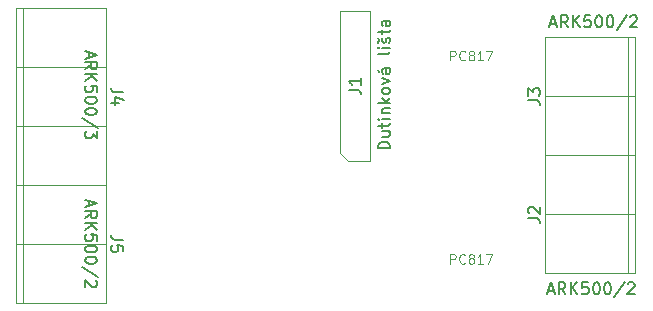
<source format=gbr>
%TF.GenerationSoftware,KiCad,Pcbnew,9.0.4-unknown*%
%TF.CreationDate,2025-11-20T15:33:37+01:00*%
%TF.ProjectId,KlimatizaceSamsung,4b6c696d-6174-4697-9a61-636553616d73,rev?*%
%TF.SameCoordinates,Original*%
%TF.FileFunction,AssemblyDrawing,Top*%
%FSLAX46Y46*%
G04 Gerber Fmt 4.6, Leading zero omitted, Abs format (unit mm)*
G04 Created by KiCad (PCBNEW 9.0.4-unknown) date 2025-11-20 15:33:37*
%MOMM*%
%LPD*%
G01*
G04 APERTURE LIST*
%ADD10C,0.150000*%
%ADD11C,0.120000*%
%ADD12C,0.100000*%
G04 APERTURE END LIST*
D10*
X109030895Y-49233333D02*
X109030895Y-49709523D01*
X108745180Y-49138095D02*
X109745180Y-49471428D01*
X109745180Y-49471428D02*
X108745180Y-49804761D01*
X108745180Y-50709523D02*
X109221371Y-50376190D01*
X108745180Y-50138095D02*
X109745180Y-50138095D01*
X109745180Y-50138095D02*
X109745180Y-50519047D01*
X109745180Y-50519047D02*
X109697561Y-50614285D01*
X109697561Y-50614285D02*
X109649942Y-50661904D01*
X109649942Y-50661904D02*
X109554704Y-50709523D01*
X109554704Y-50709523D02*
X109411847Y-50709523D01*
X109411847Y-50709523D02*
X109316609Y-50661904D01*
X109316609Y-50661904D02*
X109268990Y-50614285D01*
X109268990Y-50614285D02*
X109221371Y-50519047D01*
X109221371Y-50519047D02*
X109221371Y-50138095D01*
X108745180Y-51138095D02*
X109745180Y-51138095D01*
X108745180Y-51709523D02*
X109316609Y-51280952D01*
X109745180Y-51709523D02*
X109173752Y-51138095D01*
X109745180Y-52614285D02*
X109745180Y-52138095D01*
X109745180Y-52138095D02*
X109268990Y-52090476D01*
X109268990Y-52090476D02*
X109316609Y-52138095D01*
X109316609Y-52138095D02*
X109364228Y-52233333D01*
X109364228Y-52233333D02*
X109364228Y-52471428D01*
X109364228Y-52471428D02*
X109316609Y-52566666D01*
X109316609Y-52566666D02*
X109268990Y-52614285D01*
X109268990Y-52614285D02*
X109173752Y-52661904D01*
X109173752Y-52661904D02*
X108935657Y-52661904D01*
X108935657Y-52661904D02*
X108840419Y-52614285D01*
X108840419Y-52614285D02*
X108792800Y-52566666D01*
X108792800Y-52566666D02*
X108745180Y-52471428D01*
X108745180Y-52471428D02*
X108745180Y-52233333D01*
X108745180Y-52233333D02*
X108792800Y-52138095D01*
X108792800Y-52138095D02*
X108840419Y-52090476D01*
X109745180Y-53280952D02*
X109745180Y-53376190D01*
X109745180Y-53376190D02*
X109697561Y-53471428D01*
X109697561Y-53471428D02*
X109649942Y-53519047D01*
X109649942Y-53519047D02*
X109554704Y-53566666D01*
X109554704Y-53566666D02*
X109364228Y-53614285D01*
X109364228Y-53614285D02*
X109126133Y-53614285D01*
X109126133Y-53614285D02*
X108935657Y-53566666D01*
X108935657Y-53566666D02*
X108840419Y-53519047D01*
X108840419Y-53519047D02*
X108792800Y-53471428D01*
X108792800Y-53471428D02*
X108745180Y-53376190D01*
X108745180Y-53376190D02*
X108745180Y-53280952D01*
X108745180Y-53280952D02*
X108792800Y-53185714D01*
X108792800Y-53185714D02*
X108840419Y-53138095D01*
X108840419Y-53138095D02*
X108935657Y-53090476D01*
X108935657Y-53090476D02*
X109126133Y-53042857D01*
X109126133Y-53042857D02*
X109364228Y-53042857D01*
X109364228Y-53042857D02*
X109554704Y-53090476D01*
X109554704Y-53090476D02*
X109649942Y-53138095D01*
X109649942Y-53138095D02*
X109697561Y-53185714D01*
X109697561Y-53185714D02*
X109745180Y-53280952D01*
X109745180Y-54233333D02*
X109745180Y-54328571D01*
X109745180Y-54328571D02*
X109697561Y-54423809D01*
X109697561Y-54423809D02*
X109649942Y-54471428D01*
X109649942Y-54471428D02*
X109554704Y-54519047D01*
X109554704Y-54519047D02*
X109364228Y-54566666D01*
X109364228Y-54566666D02*
X109126133Y-54566666D01*
X109126133Y-54566666D02*
X108935657Y-54519047D01*
X108935657Y-54519047D02*
X108840419Y-54471428D01*
X108840419Y-54471428D02*
X108792800Y-54423809D01*
X108792800Y-54423809D02*
X108745180Y-54328571D01*
X108745180Y-54328571D02*
X108745180Y-54233333D01*
X108745180Y-54233333D02*
X108792800Y-54138095D01*
X108792800Y-54138095D02*
X108840419Y-54090476D01*
X108840419Y-54090476D02*
X108935657Y-54042857D01*
X108935657Y-54042857D02*
X109126133Y-53995238D01*
X109126133Y-53995238D02*
X109364228Y-53995238D01*
X109364228Y-53995238D02*
X109554704Y-54042857D01*
X109554704Y-54042857D02*
X109649942Y-54090476D01*
X109649942Y-54090476D02*
X109697561Y-54138095D01*
X109697561Y-54138095D02*
X109745180Y-54233333D01*
X109792800Y-55709523D02*
X108507085Y-54852381D01*
X109745180Y-55947619D02*
X109745180Y-56566666D01*
X109745180Y-56566666D02*
X109364228Y-56233333D01*
X109364228Y-56233333D02*
X109364228Y-56376190D01*
X109364228Y-56376190D02*
X109316609Y-56471428D01*
X109316609Y-56471428D02*
X109268990Y-56519047D01*
X109268990Y-56519047D02*
X109173752Y-56566666D01*
X109173752Y-56566666D02*
X108935657Y-56566666D01*
X108935657Y-56566666D02*
X108840419Y-56519047D01*
X108840419Y-56519047D02*
X108792800Y-56471428D01*
X108792800Y-56471428D02*
X108745180Y-56376190D01*
X108745180Y-56376190D02*
X108745180Y-56090476D01*
X108745180Y-56090476D02*
X108792800Y-55995238D01*
X108792800Y-55995238D02*
X108840419Y-55947619D01*
X111945180Y-52666666D02*
X111230895Y-52666666D01*
X111230895Y-52666666D02*
X111088038Y-52619047D01*
X111088038Y-52619047D02*
X110992800Y-52523809D01*
X110992800Y-52523809D02*
X110945180Y-52380952D01*
X110945180Y-52380952D02*
X110945180Y-52285714D01*
X111611847Y-53571428D02*
X110945180Y-53571428D01*
X111992800Y-53333333D02*
X111278514Y-53095238D01*
X111278514Y-53095238D02*
X111278514Y-53714285D01*
X147933333Y-69469104D02*
X148409523Y-69469104D01*
X147838095Y-69754819D02*
X148171428Y-68754819D01*
X148171428Y-68754819D02*
X148504761Y-69754819D01*
X149409523Y-69754819D02*
X149076190Y-69278628D01*
X148838095Y-69754819D02*
X148838095Y-68754819D01*
X148838095Y-68754819D02*
X149219047Y-68754819D01*
X149219047Y-68754819D02*
X149314285Y-68802438D01*
X149314285Y-68802438D02*
X149361904Y-68850057D01*
X149361904Y-68850057D02*
X149409523Y-68945295D01*
X149409523Y-68945295D02*
X149409523Y-69088152D01*
X149409523Y-69088152D02*
X149361904Y-69183390D01*
X149361904Y-69183390D02*
X149314285Y-69231009D01*
X149314285Y-69231009D02*
X149219047Y-69278628D01*
X149219047Y-69278628D02*
X148838095Y-69278628D01*
X149838095Y-69754819D02*
X149838095Y-68754819D01*
X150409523Y-69754819D02*
X149980952Y-69183390D01*
X150409523Y-68754819D02*
X149838095Y-69326247D01*
X151314285Y-68754819D02*
X150838095Y-68754819D01*
X150838095Y-68754819D02*
X150790476Y-69231009D01*
X150790476Y-69231009D02*
X150838095Y-69183390D01*
X150838095Y-69183390D02*
X150933333Y-69135771D01*
X150933333Y-69135771D02*
X151171428Y-69135771D01*
X151171428Y-69135771D02*
X151266666Y-69183390D01*
X151266666Y-69183390D02*
X151314285Y-69231009D01*
X151314285Y-69231009D02*
X151361904Y-69326247D01*
X151361904Y-69326247D02*
X151361904Y-69564342D01*
X151361904Y-69564342D02*
X151314285Y-69659580D01*
X151314285Y-69659580D02*
X151266666Y-69707200D01*
X151266666Y-69707200D02*
X151171428Y-69754819D01*
X151171428Y-69754819D02*
X150933333Y-69754819D01*
X150933333Y-69754819D02*
X150838095Y-69707200D01*
X150838095Y-69707200D02*
X150790476Y-69659580D01*
X151980952Y-68754819D02*
X152076190Y-68754819D01*
X152076190Y-68754819D02*
X152171428Y-68802438D01*
X152171428Y-68802438D02*
X152219047Y-68850057D01*
X152219047Y-68850057D02*
X152266666Y-68945295D01*
X152266666Y-68945295D02*
X152314285Y-69135771D01*
X152314285Y-69135771D02*
X152314285Y-69373866D01*
X152314285Y-69373866D02*
X152266666Y-69564342D01*
X152266666Y-69564342D02*
X152219047Y-69659580D01*
X152219047Y-69659580D02*
X152171428Y-69707200D01*
X152171428Y-69707200D02*
X152076190Y-69754819D01*
X152076190Y-69754819D02*
X151980952Y-69754819D01*
X151980952Y-69754819D02*
X151885714Y-69707200D01*
X151885714Y-69707200D02*
X151838095Y-69659580D01*
X151838095Y-69659580D02*
X151790476Y-69564342D01*
X151790476Y-69564342D02*
X151742857Y-69373866D01*
X151742857Y-69373866D02*
X151742857Y-69135771D01*
X151742857Y-69135771D02*
X151790476Y-68945295D01*
X151790476Y-68945295D02*
X151838095Y-68850057D01*
X151838095Y-68850057D02*
X151885714Y-68802438D01*
X151885714Y-68802438D02*
X151980952Y-68754819D01*
X152933333Y-68754819D02*
X153028571Y-68754819D01*
X153028571Y-68754819D02*
X153123809Y-68802438D01*
X153123809Y-68802438D02*
X153171428Y-68850057D01*
X153171428Y-68850057D02*
X153219047Y-68945295D01*
X153219047Y-68945295D02*
X153266666Y-69135771D01*
X153266666Y-69135771D02*
X153266666Y-69373866D01*
X153266666Y-69373866D02*
X153219047Y-69564342D01*
X153219047Y-69564342D02*
X153171428Y-69659580D01*
X153171428Y-69659580D02*
X153123809Y-69707200D01*
X153123809Y-69707200D02*
X153028571Y-69754819D01*
X153028571Y-69754819D02*
X152933333Y-69754819D01*
X152933333Y-69754819D02*
X152838095Y-69707200D01*
X152838095Y-69707200D02*
X152790476Y-69659580D01*
X152790476Y-69659580D02*
X152742857Y-69564342D01*
X152742857Y-69564342D02*
X152695238Y-69373866D01*
X152695238Y-69373866D02*
X152695238Y-69135771D01*
X152695238Y-69135771D02*
X152742857Y-68945295D01*
X152742857Y-68945295D02*
X152790476Y-68850057D01*
X152790476Y-68850057D02*
X152838095Y-68802438D01*
X152838095Y-68802438D02*
X152933333Y-68754819D01*
X154409523Y-68707200D02*
X153552381Y-69992914D01*
X154695238Y-68850057D02*
X154742857Y-68802438D01*
X154742857Y-68802438D02*
X154838095Y-68754819D01*
X154838095Y-68754819D02*
X155076190Y-68754819D01*
X155076190Y-68754819D02*
X155171428Y-68802438D01*
X155171428Y-68802438D02*
X155219047Y-68850057D01*
X155219047Y-68850057D02*
X155266666Y-68945295D01*
X155266666Y-68945295D02*
X155266666Y-69040533D01*
X155266666Y-69040533D02*
X155219047Y-69183390D01*
X155219047Y-69183390D02*
X154647619Y-69754819D01*
X154647619Y-69754819D02*
X155266666Y-69754819D01*
X146254819Y-63333333D02*
X146969104Y-63333333D01*
X146969104Y-63333333D02*
X147111961Y-63380952D01*
X147111961Y-63380952D02*
X147207200Y-63476190D01*
X147207200Y-63476190D02*
X147254819Y-63619047D01*
X147254819Y-63619047D02*
X147254819Y-63714285D01*
X146350057Y-62904761D02*
X146302438Y-62857142D01*
X146302438Y-62857142D02*
X146254819Y-62761904D01*
X146254819Y-62761904D02*
X146254819Y-62523809D01*
X146254819Y-62523809D02*
X146302438Y-62428571D01*
X146302438Y-62428571D02*
X146350057Y-62380952D01*
X146350057Y-62380952D02*
X146445295Y-62333333D01*
X146445295Y-62333333D02*
X146540533Y-62333333D01*
X146540533Y-62333333D02*
X146683390Y-62380952D01*
X146683390Y-62380952D02*
X147254819Y-62952380D01*
X147254819Y-62952380D02*
X147254819Y-62333333D01*
X134554819Y-57404762D02*
X133554819Y-57404762D01*
X133554819Y-57404762D02*
X133554819Y-57166667D01*
X133554819Y-57166667D02*
X133602438Y-57023810D01*
X133602438Y-57023810D02*
X133697676Y-56928572D01*
X133697676Y-56928572D02*
X133792914Y-56880953D01*
X133792914Y-56880953D02*
X133983390Y-56833334D01*
X133983390Y-56833334D02*
X134126247Y-56833334D01*
X134126247Y-56833334D02*
X134316723Y-56880953D01*
X134316723Y-56880953D02*
X134411961Y-56928572D01*
X134411961Y-56928572D02*
X134507200Y-57023810D01*
X134507200Y-57023810D02*
X134554819Y-57166667D01*
X134554819Y-57166667D02*
X134554819Y-57404762D01*
X133888152Y-55976191D02*
X134554819Y-55976191D01*
X133888152Y-56404762D02*
X134411961Y-56404762D01*
X134411961Y-56404762D02*
X134507200Y-56357143D01*
X134507200Y-56357143D02*
X134554819Y-56261905D01*
X134554819Y-56261905D02*
X134554819Y-56119048D01*
X134554819Y-56119048D02*
X134507200Y-56023810D01*
X134507200Y-56023810D02*
X134459580Y-55976191D01*
X133888152Y-55642857D02*
X133888152Y-55261905D01*
X133554819Y-55500000D02*
X134411961Y-55500000D01*
X134411961Y-55500000D02*
X134507200Y-55452381D01*
X134507200Y-55452381D02*
X134554819Y-55357143D01*
X134554819Y-55357143D02*
X134554819Y-55261905D01*
X134554819Y-54928571D02*
X133888152Y-54928571D01*
X133554819Y-54928571D02*
X133602438Y-54976190D01*
X133602438Y-54976190D02*
X133650057Y-54928571D01*
X133650057Y-54928571D02*
X133602438Y-54880952D01*
X133602438Y-54880952D02*
X133554819Y-54928571D01*
X133554819Y-54928571D02*
X133650057Y-54928571D01*
X133888152Y-54452381D02*
X134554819Y-54452381D01*
X133983390Y-54452381D02*
X133935771Y-54404762D01*
X133935771Y-54404762D02*
X133888152Y-54309524D01*
X133888152Y-54309524D02*
X133888152Y-54166667D01*
X133888152Y-54166667D02*
X133935771Y-54071429D01*
X133935771Y-54071429D02*
X134031009Y-54023810D01*
X134031009Y-54023810D02*
X134554819Y-54023810D01*
X134554819Y-53547619D02*
X133554819Y-53547619D01*
X134173866Y-53452381D02*
X134554819Y-53166667D01*
X133888152Y-53166667D02*
X134269104Y-53547619D01*
X134554819Y-52595238D02*
X134507200Y-52690476D01*
X134507200Y-52690476D02*
X134459580Y-52738095D01*
X134459580Y-52738095D02*
X134364342Y-52785714D01*
X134364342Y-52785714D02*
X134078628Y-52785714D01*
X134078628Y-52785714D02*
X133983390Y-52738095D01*
X133983390Y-52738095D02*
X133935771Y-52690476D01*
X133935771Y-52690476D02*
X133888152Y-52595238D01*
X133888152Y-52595238D02*
X133888152Y-52452381D01*
X133888152Y-52452381D02*
X133935771Y-52357143D01*
X133935771Y-52357143D02*
X133983390Y-52309524D01*
X133983390Y-52309524D02*
X134078628Y-52261905D01*
X134078628Y-52261905D02*
X134364342Y-52261905D01*
X134364342Y-52261905D02*
X134459580Y-52309524D01*
X134459580Y-52309524D02*
X134507200Y-52357143D01*
X134507200Y-52357143D02*
X134554819Y-52452381D01*
X134554819Y-52452381D02*
X134554819Y-52595238D01*
X133888152Y-51928571D02*
X134554819Y-51690476D01*
X134554819Y-51690476D02*
X133888152Y-51452381D01*
X134554819Y-50642857D02*
X134031009Y-50642857D01*
X134031009Y-50642857D02*
X133935771Y-50690476D01*
X133935771Y-50690476D02*
X133888152Y-50785714D01*
X133888152Y-50785714D02*
X133888152Y-50976190D01*
X133888152Y-50976190D02*
X133935771Y-51071428D01*
X134507200Y-50642857D02*
X134554819Y-50738095D01*
X134554819Y-50738095D02*
X134554819Y-50976190D01*
X134554819Y-50976190D02*
X134507200Y-51071428D01*
X134507200Y-51071428D02*
X134411961Y-51119047D01*
X134411961Y-51119047D02*
X134316723Y-51119047D01*
X134316723Y-51119047D02*
X134221485Y-51071428D01*
X134221485Y-51071428D02*
X134173866Y-50976190D01*
X134173866Y-50976190D02*
X134173866Y-50738095D01*
X134173866Y-50738095D02*
X134126247Y-50642857D01*
X133507200Y-50785714D02*
X133650057Y-50928571D01*
X134554819Y-49261904D02*
X134507200Y-49357142D01*
X134507200Y-49357142D02*
X134411961Y-49404761D01*
X134411961Y-49404761D02*
X133554819Y-49404761D01*
X134554819Y-48880951D02*
X133888152Y-48880951D01*
X133554819Y-48880951D02*
X133602438Y-48928570D01*
X133602438Y-48928570D02*
X133650057Y-48880951D01*
X133650057Y-48880951D02*
X133602438Y-48833332D01*
X133602438Y-48833332D02*
X133554819Y-48880951D01*
X133554819Y-48880951D02*
X133650057Y-48880951D01*
X134507200Y-48452380D02*
X134554819Y-48357142D01*
X134554819Y-48357142D02*
X134554819Y-48166666D01*
X134554819Y-48166666D02*
X134507200Y-48071428D01*
X134507200Y-48071428D02*
X134411961Y-48023809D01*
X134411961Y-48023809D02*
X134364342Y-48023809D01*
X134364342Y-48023809D02*
X134269104Y-48071428D01*
X134269104Y-48071428D02*
X134221485Y-48166666D01*
X134221485Y-48166666D02*
X134221485Y-48309523D01*
X134221485Y-48309523D02*
X134173866Y-48404761D01*
X134173866Y-48404761D02*
X134078628Y-48452380D01*
X134078628Y-48452380D02*
X134031009Y-48452380D01*
X134031009Y-48452380D02*
X133935771Y-48404761D01*
X133935771Y-48404761D02*
X133888152Y-48309523D01*
X133888152Y-48309523D02*
X133888152Y-48166666D01*
X133888152Y-48166666D02*
X133935771Y-48071428D01*
X133507200Y-48452380D02*
X133650057Y-48261904D01*
X133650057Y-48261904D02*
X133507200Y-48071428D01*
X133888152Y-47738094D02*
X133888152Y-47357142D01*
X133554819Y-47595237D02*
X134411961Y-47595237D01*
X134411961Y-47595237D02*
X134507200Y-47547618D01*
X134507200Y-47547618D02*
X134554819Y-47452380D01*
X134554819Y-47452380D02*
X134554819Y-47357142D01*
X134554819Y-46595237D02*
X134031009Y-46595237D01*
X134031009Y-46595237D02*
X133935771Y-46642856D01*
X133935771Y-46642856D02*
X133888152Y-46738094D01*
X133888152Y-46738094D02*
X133888152Y-46928570D01*
X133888152Y-46928570D02*
X133935771Y-47023808D01*
X134507200Y-46595237D02*
X134554819Y-46690475D01*
X134554819Y-46690475D02*
X134554819Y-46928570D01*
X134554819Y-46928570D02*
X134507200Y-47023808D01*
X134507200Y-47023808D02*
X134411961Y-47071427D01*
X134411961Y-47071427D02*
X134316723Y-47071427D01*
X134316723Y-47071427D02*
X134221485Y-47023808D01*
X134221485Y-47023808D02*
X134173866Y-46928570D01*
X134173866Y-46928570D02*
X134173866Y-46690475D01*
X134173866Y-46690475D02*
X134126247Y-46595237D01*
X131054819Y-52453333D02*
X131769104Y-52453333D01*
X131769104Y-52453333D02*
X131911961Y-52500952D01*
X131911961Y-52500952D02*
X132007200Y-52596190D01*
X132007200Y-52596190D02*
X132054819Y-52739047D01*
X132054819Y-52739047D02*
X132054819Y-52834285D01*
X132054819Y-51453333D02*
X132054819Y-52024761D01*
X132054819Y-51739047D02*
X131054819Y-51739047D01*
X131054819Y-51739047D02*
X131197676Y-51834285D01*
X131197676Y-51834285D02*
X131292914Y-51929523D01*
X131292914Y-51929523D02*
X131340533Y-52024761D01*
D11*
X139647619Y-67163855D02*
X139647619Y-66363855D01*
X139647619Y-66363855D02*
X139952381Y-66363855D01*
X139952381Y-66363855D02*
X140028571Y-66401950D01*
X140028571Y-66401950D02*
X140066666Y-66440045D01*
X140066666Y-66440045D02*
X140104762Y-66516236D01*
X140104762Y-66516236D02*
X140104762Y-66630521D01*
X140104762Y-66630521D02*
X140066666Y-66706712D01*
X140066666Y-66706712D02*
X140028571Y-66744807D01*
X140028571Y-66744807D02*
X139952381Y-66782902D01*
X139952381Y-66782902D02*
X139647619Y-66782902D01*
X140904762Y-67087664D02*
X140866666Y-67125760D01*
X140866666Y-67125760D02*
X140752381Y-67163855D01*
X140752381Y-67163855D02*
X140676190Y-67163855D01*
X140676190Y-67163855D02*
X140561904Y-67125760D01*
X140561904Y-67125760D02*
X140485714Y-67049569D01*
X140485714Y-67049569D02*
X140447619Y-66973379D01*
X140447619Y-66973379D02*
X140409523Y-66820998D01*
X140409523Y-66820998D02*
X140409523Y-66706712D01*
X140409523Y-66706712D02*
X140447619Y-66554331D01*
X140447619Y-66554331D02*
X140485714Y-66478140D01*
X140485714Y-66478140D02*
X140561904Y-66401950D01*
X140561904Y-66401950D02*
X140676190Y-66363855D01*
X140676190Y-66363855D02*
X140752381Y-66363855D01*
X140752381Y-66363855D02*
X140866666Y-66401950D01*
X140866666Y-66401950D02*
X140904762Y-66440045D01*
X141361904Y-66706712D02*
X141285714Y-66668617D01*
X141285714Y-66668617D02*
X141247619Y-66630521D01*
X141247619Y-66630521D02*
X141209523Y-66554331D01*
X141209523Y-66554331D02*
X141209523Y-66516236D01*
X141209523Y-66516236D02*
X141247619Y-66440045D01*
X141247619Y-66440045D02*
X141285714Y-66401950D01*
X141285714Y-66401950D02*
X141361904Y-66363855D01*
X141361904Y-66363855D02*
X141514285Y-66363855D01*
X141514285Y-66363855D02*
X141590476Y-66401950D01*
X141590476Y-66401950D02*
X141628571Y-66440045D01*
X141628571Y-66440045D02*
X141666666Y-66516236D01*
X141666666Y-66516236D02*
X141666666Y-66554331D01*
X141666666Y-66554331D02*
X141628571Y-66630521D01*
X141628571Y-66630521D02*
X141590476Y-66668617D01*
X141590476Y-66668617D02*
X141514285Y-66706712D01*
X141514285Y-66706712D02*
X141361904Y-66706712D01*
X141361904Y-66706712D02*
X141285714Y-66744807D01*
X141285714Y-66744807D02*
X141247619Y-66782902D01*
X141247619Y-66782902D02*
X141209523Y-66859093D01*
X141209523Y-66859093D02*
X141209523Y-67011474D01*
X141209523Y-67011474D02*
X141247619Y-67087664D01*
X141247619Y-67087664D02*
X141285714Y-67125760D01*
X141285714Y-67125760D02*
X141361904Y-67163855D01*
X141361904Y-67163855D02*
X141514285Y-67163855D01*
X141514285Y-67163855D02*
X141590476Y-67125760D01*
X141590476Y-67125760D02*
X141628571Y-67087664D01*
X141628571Y-67087664D02*
X141666666Y-67011474D01*
X141666666Y-67011474D02*
X141666666Y-66859093D01*
X141666666Y-66859093D02*
X141628571Y-66782902D01*
X141628571Y-66782902D02*
X141590476Y-66744807D01*
X141590476Y-66744807D02*
X141514285Y-66706712D01*
X142428571Y-67163855D02*
X141971428Y-67163855D01*
X142200000Y-67163855D02*
X142200000Y-66363855D01*
X142200000Y-66363855D02*
X142123809Y-66478140D01*
X142123809Y-66478140D02*
X142047619Y-66554331D01*
X142047619Y-66554331D02*
X141971428Y-66592426D01*
X142695238Y-66363855D02*
X143228572Y-66363855D01*
X143228572Y-66363855D02*
X142885714Y-67163855D01*
D10*
X148133333Y-46869104D02*
X148609523Y-46869104D01*
X148038095Y-47154819D02*
X148371428Y-46154819D01*
X148371428Y-46154819D02*
X148704761Y-47154819D01*
X149609523Y-47154819D02*
X149276190Y-46678628D01*
X149038095Y-47154819D02*
X149038095Y-46154819D01*
X149038095Y-46154819D02*
X149419047Y-46154819D01*
X149419047Y-46154819D02*
X149514285Y-46202438D01*
X149514285Y-46202438D02*
X149561904Y-46250057D01*
X149561904Y-46250057D02*
X149609523Y-46345295D01*
X149609523Y-46345295D02*
X149609523Y-46488152D01*
X149609523Y-46488152D02*
X149561904Y-46583390D01*
X149561904Y-46583390D02*
X149514285Y-46631009D01*
X149514285Y-46631009D02*
X149419047Y-46678628D01*
X149419047Y-46678628D02*
X149038095Y-46678628D01*
X150038095Y-47154819D02*
X150038095Y-46154819D01*
X150609523Y-47154819D02*
X150180952Y-46583390D01*
X150609523Y-46154819D02*
X150038095Y-46726247D01*
X151514285Y-46154819D02*
X151038095Y-46154819D01*
X151038095Y-46154819D02*
X150990476Y-46631009D01*
X150990476Y-46631009D02*
X151038095Y-46583390D01*
X151038095Y-46583390D02*
X151133333Y-46535771D01*
X151133333Y-46535771D02*
X151371428Y-46535771D01*
X151371428Y-46535771D02*
X151466666Y-46583390D01*
X151466666Y-46583390D02*
X151514285Y-46631009D01*
X151514285Y-46631009D02*
X151561904Y-46726247D01*
X151561904Y-46726247D02*
X151561904Y-46964342D01*
X151561904Y-46964342D02*
X151514285Y-47059580D01*
X151514285Y-47059580D02*
X151466666Y-47107200D01*
X151466666Y-47107200D02*
X151371428Y-47154819D01*
X151371428Y-47154819D02*
X151133333Y-47154819D01*
X151133333Y-47154819D02*
X151038095Y-47107200D01*
X151038095Y-47107200D02*
X150990476Y-47059580D01*
X152180952Y-46154819D02*
X152276190Y-46154819D01*
X152276190Y-46154819D02*
X152371428Y-46202438D01*
X152371428Y-46202438D02*
X152419047Y-46250057D01*
X152419047Y-46250057D02*
X152466666Y-46345295D01*
X152466666Y-46345295D02*
X152514285Y-46535771D01*
X152514285Y-46535771D02*
X152514285Y-46773866D01*
X152514285Y-46773866D02*
X152466666Y-46964342D01*
X152466666Y-46964342D02*
X152419047Y-47059580D01*
X152419047Y-47059580D02*
X152371428Y-47107200D01*
X152371428Y-47107200D02*
X152276190Y-47154819D01*
X152276190Y-47154819D02*
X152180952Y-47154819D01*
X152180952Y-47154819D02*
X152085714Y-47107200D01*
X152085714Y-47107200D02*
X152038095Y-47059580D01*
X152038095Y-47059580D02*
X151990476Y-46964342D01*
X151990476Y-46964342D02*
X151942857Y-46773866D01*
X151942857Y-46773866D02*
X151942857Y-46535771D01*
X151942857Y-46535771D02*
X151990476Y-46345295D01*
X151990476Y-46345295D02*
X152038095Y-46250057D01*
X152038095Y-46250057D02*
X152085714Y-46202438D01*
X152085714Y-46202438D02*
X152180952Y-46154819D01*
X153133333Y-46154819D02*
X153228571Y-46154819D01*
X153228571Y-46154819D02*
X153323809Y-46202438D01*
X153323809Y-46202438D02*
X153371428Y-46250057D01*
X153371428Y-46250057D02*
X153419047Y-46345295D01*
X153419047Y-46345295D02*
X153466666Y-46535771D01*
X153466666Y-46535771D02*
X153466666Y-46773866D01*
X153466666Y-46773866D02*
X153419047Y-46964342D01*
X153419047Y-46964342D02*
X153371428Y-47059580D01*
X153371428Y-47059580D02*
X153323809Y-47107200D01*
X153323809Y-47107200D02*
X153228571Y-47154819D01*
X153228571Y-47154819D02*
X153133333Y-47154819D01*
X153133333Y-47154819D02*
X153038095Y-47107200D01*
X153038095Y-47107200D02*
X152990476Y-47059580D01*
X152990476Y-47059580D02*
X152942857Y-46964342D01*
X152942857Y-46964342D02*
X152895238Y-46773866D01*
X152895238Y-46773866D02*
X152895238Y-46535771D01*
X152895238Y-46535771D02*
X152942857Y-46345295D01*
X152942857Y-46345295D02*
X152990476Y-46250057D01*
X152990476Y-46250057D02*
X153038095Y-46202438D01*
X153038095Y-46202438D02*
X153133333Y-46154819D01*
X154609523Y-46107200D02*
X153752381Y-47392914D01*
X154895238Y-46250057D02*
X154942857Y-46202438D01*
X154942857Y-46202438D02*
X155038095Y-46154819D01*
X155038095Y-46154819D02*
X155276190Y-46154819D01*
X155276190Y-46154819D02*
X155371428Y-46202438D01*
X155371428Y-46202438D02*
X155419047Y-46250057D01*
X155419047Y-46250057D02*
X155466666Y-46345295D01*
X155466666Y-46345295D02*
X155466666Y-46440533D01*
X155466666Y-46440533D02*
X155419047Y-46583390D01*
X155419047Y-46583390D02*
X154847619Y-47154819D01*
X154847619Y-47154819D02*
X155466666Y-47154819D01*
X146254819Y-53333333D02*
X146969104Y-53333333D01*
X146969104Y-53333333D02*
X147111961Y-53380952D01*
X147111961Y-53380952D02*
X147207200Y-53476190D01*
X147207200Y-53476190D02*
X147254819Y-53619047D01*
X147254819Y-53619047D02*
X147254819Y-53714285D01*
X146254819Y-52952380D02*
X146254819Y-52333333D01*
X146254819Y-52333333D02*
X146635771Y-52666666D01*
X146635771Y-52666666D02*
X146635771Y-52523809D01*
X146635771Y-52523809D02*
X146683390Y-52428571D01*
X146683390Y-52428571D02*
X146731009Y-52380952D01*
X146731009Y-52380952D02*
X146826247Y-52333333D01*
X146826247Y-52333333D02*
X147064342Y-52333333D01*
X147064342Y-52333333D02*
X147159580Y-52380952D01*
X147159580Y-52380952D02*
X147207200Y-52428571D01*
X147207200Y-52428571D02*
X147254819Y-52523809D01*
X147254819Y-52523809D02*
X147254819Y-52809523D01*
X147254819Y-52809523D02*
X147207200Y-52904761D01*
X147207200Y-52904761D02*
X147159580Y-52952380D01*
X109030895Y-61833333D02*
X109030895Y-62309523D01*
X108745180Y-61738095D02*
X109745180Y-62071428D01*
X109745180Y-62071428D02*
X108745180Y-62404761D01*
X108745180Y-63309523D02*
X109221371Y-62976190D01*
X108745180Y-62738095D02*
X109745180Y-62738095D01*
X109745180Y-62738095D02*
X109745180Y-63119047D01*
X109745180Y-63119047D02*
X109697561Y-63214285D01*
X109697561Y-63214285D02*
X109649942Y-63261904D01*
X109649942Y-63261904D02*
X109554704Y-63309523D01*
X109554704Y-63309523D02*
X109411847Y-63309523D01*
X109411847Y-63309523D02*
X109316609Y-63261904D01*
X109316609Y-63261904D02*
X109268990Y-63214285D01*
X109268990Y-63214285D02*
X109221371Y-63119047D01*
X109221371Y-63119047D02*
X109221371Y-62738095D01*
X108745180Y-63738095D02*
X109745180Y-63738095D01*
X108745180Y-64309523D02*
X109316609Y-63880952D01*
X109745180Y-64309523D02*
X109173752Y-63738095D01*
X109745180Y-65214285D02*
X109745180Y-64738095D01*
X109745180Y-64738095D02*
X109268990Y-64690476D01*
X109268990Y-64690476D02*
X109316609Y-64738095D01*
X109316609Y-64738095D02*
X109364228Y-64833333D01*
X109364228Y-64833333D02*
X109364228Y-65071428D01*
X109364228Y-65071428D02*
X109316609Y-65166666D01*
X109316609Y-65166666D02*
X109268990Y-65214285D01*
X109268990Y-65214285D02*
X109173752Y-65261904D01*
X109173752Y-65261904D02*
X108935657Y-65261904D01*
X108935657Y-65261904D02*
X108840419Y-65214285D01*
X108840419Y-65214285D02*
X108792800Y-65166666D01*
X108792800Y-65166666D02*
X108745180Y-65071428D01*
X108745180Y-65071428D02*
X108745180Y-64833333D01*
X108745180Y-64833333D02*
X108792800Y-64738095D01*
X108792800Y-64738095D02*
X108840419Y-64690476D01*
X109745180Y-65880952D02*
X109745180Y-65976190D01*
X109745180Y-65976190D02*
X109697561Y-66071428D01*
X109697561Y-66071428D02*
X109649942Y-66119047D01*
X109649942Y-66119047D02*
X109554704Y-66166666D01*
X109554704Y-66166666D02*
X109364228Y-66214285D01*
X109364228Y-66214285D02*
X109126133Y-66214285D01*
X109126133Y-66214285D02*
X108935657Y-66166666D01*
X108935657Y-66166666D02*
X108840419Y-66119047D01*
X108840419Y-66119047D02*
X108792800Y-66071428D01*
X108792800Y-66071428D02*
X108745180Y-65976190D01*
X108745180Y-65976190D02*
X108745180Y-65880952D01*
X108745180Y-65880952D02*
X108792800Y-65785714D01*
X108792800Y-65785714D02*
X108840419Y-65738095D01*
X108840419Y-65738095D02*
X108935657Y-65690476D01*
X108935657Y-65690476D02*
X109126133Y-65642857D01*
X109126133Y-65642857D02*
X109364228Y-65642857D01*
X109364228Y-65642857D02*
X109554704Y-65690476D01*
X109554704Y-65690476D02*
X109649942Y-65738095D01*
X109649942Y-65738095D02*
X109697561Y-65785714D01*
X109697561Y-65785714D02*
X109745180Y-65880952D01*
X109745180Y-66833333D02*
X109745180Y-66928571D01*
X109745180Y-66928571D02*
X109697561Y-67023809D01*
X109697561Y-67023809D02*
X109649942Y-67071428D01*
X109649942Y-67071428D02*
X109554704Y-67119047D01*
X109554704Y-67119047D02*
X109364228Y-67166666D01*
X109364228Y-67166666D02*
X109126133Y-67166666D01*
X109126133Y-67166666D02*
X108935657Y-67119047D01*
X108935657Y-67119047D02*
X108840419Y-67071428D01*
X108840419Y-67071428D02*
X108792800Y-67023809D01*
X108792800Y-67023809D02*
X108745180Y-66928571D01*
X108745180Y-66928571D02*
X108745180Y-66833333D01*
X108745180Y-66833333D02*
X108792800Y-66738095D01*
X108792800Y-66738095D02*
X108840419Y-66690476D01*
X108840419Y-66690476D02*
X108935657Y-66642857D01*
X108935657Y-66642857D02*
X109126133Y-66595238D01*
X109126133Y-66595238D02*
X109364228Y-66595238D01*
X109364228Y-66595238D02*
X109554704Y-66642857D01*
X109554704Y-66642857D02*
X109649942Y-66690476D01*
X109649942Y-66690476D02*
X109697561Y-66738095D01*
X109697561Y-66738095D02*
X109745180Y-66833333D01*
X109792800Y-68309523D02*
X108507085Y-67452381D01*
X109649942Y-68595238D02*
X109697561Y-68642857D01*
X109697561Y-68642857D02*
X109745180Y-68738095D01*
X109745180Y-68738095D02*
X109745180Y-68976190D01*
X109745180Y-68976190D02*
X109697561Y-69071428D01*
X109697561Y-69071428D02*
X109649942Y-69119047D01*
X109649942Y-69119047D02*
X109554704Y-69166666D01*
X109554704Y-69166666D02*
X109459466Y-69166666D01*
X109459466Y-69166666D02*
X109316609Y-69119047D01*
X109316609Y-69119047D02*
X108745180Y-68547619D01*
X108745180Y-68547619D02*
X108745180Y-69166666D01*
X111945180Y-65166666D02*
X111230895Y-65166666D01*
X111230895Y-65166666D02*
X111088038Y-65119047D01*
X111088038Y-65119047D02*
X110992800Y-65023809D01*
X110992800Y-65023809D02*
X110945180Y-64880952D01*
X110945180Y-64880952D02*
X110945180Y-64785714D01*
X111945180Y-66119047D02*
X111945180Y-65642857D01*
X111945180Y-65642857D02*
X111468990Y-65595238D01*
X111468990Y-65595238D02*
X111516609Y-65642857D01*
X111516609Y-65642857D02*
X111564228Y-65738095D01*
X111564228Y-65738095D02*
X111564228Y-65976190D01*
X111564228Y-65976190D02*
X111516609Y-66071428D01*
X111516609Y-66071428D02*
X111468990Y-66119047D01*
X111468990Y-66119047D02*
X111373752Y-66166666D01*
X111373752Y-66166666D02*
X111135657Y-66166666D01*
X111135657Y-66166666D02*
X111040419Y-66119047D01*
X111040419Y-66119047D02*
X110992800Y-66071428D01*
X110992800Y-66071428D02*
X110945180Y-65976190D01*
X110945180Y-65976190D02*
X110945180Y-65738095D01*
X110945180Y-65738095D02*
X110992800Y-65642857D01*
X110992800Y-65642857D02*
X111040419Y-65595238D01*
D11*
X139647619Y-49963855D02*
X139647619Y-49163855D01*
X139647619Y-49163855D02*
X139952381Y-49163855D01*
X139952381Y-49163855D02*
X140028571Y-49201950D01*
X140028571Y-49201950D02*
X140066666Y-49240045D01*
X140066666Y-49240045D02*
X140104762Y-49316236D01*
X140104762Y-49316236D02*
X140104762Y-49430521D01*
X140104762Y-49430521D02*
X140066666Y-49506712D01*
X140066666Y-49506712D02*
X140028571Y-49544807D01*
X140028571Y-49544807D02*
X139952381Y-49582902D01*
X139952381Y-49582902D02*
X139647619Y-49582902D01*
X140904762Y-49887664D02*
X140866666Y-49925760D01*
X140866666Y-49925760D02*
X140752381Y-49963855D01*
X140752381Y-49963855D02*
X140676190Y-49963855D01*
X140676190Y-49963855D02*
X140561904Y-49925760D01*
X140561904Y-49925760D02*
X140485714Y-49849569D01*
X140485714Y-49849569D02*
X140447619Y-49773379D01*
X140447619Y-49773379D02*
X140409523Y-49620998D01*
X140409523Y-49620998D02*
X140409523Y-49506712D01*
X140409523Y-49506712D02*
X140447619Y-49354331D01*
X140447619Y-49354331D02*
X140485714Y-49278140D01*
X140485714Y-49278140D02*
X140561904Y-49201950D01*
X140561904Y-49201950D02*
X140676190Y-49163855D01*
X140676190Y-49163855D02*
X140752381Y-49163855D01*
X140752381Y-49163855D02*
X140866666Y-49201950D01*
X140866666Y-49201950D02*
X140904762Y-49240045D01*
X141361904Y-49506712D02*
X141285714Y-49468617D01*
X141285714Y-49468617D02*
X141247619Y-49430521D01*
X141247619Y-49430521D02*
X141209523Y-49354331D01*
X141209523Y-49354331D02*
X141209523Y-49316236D01*
X141209523Y-49316236D02*
X141247619Y-49240045D01*
X141247619Y-49240045D02*
X141285714Y-49201950D01*
X141285714Y-49201950D02*
X141361904Y-49163855D01*
X141361904Y-49163855D02*
X141514285Y-49163855D01*
X141514285Y-49163855D02*
X141590476Y-49201950D01*
X141590476Y-49201950D02*
X141628571Y-49240045D01*
X141628571Y-49240045D02*
X141666666Y-49316236D01*
X141666666Y-49316236D02*
X141666666Y-49354331D01*
X141666666Y-49354331D02*
X141628571Y-49430521D01*
X141628571Y-49430521D02*
X141590476Y-49468617D01*
X141590476Y-49468617D02*
X141514285Y-49506712D01*
X141514285Y-49506712D02*
X141361904Y-49506712D01*
X141361904Y-49506712D02*
X141285714Y-49544807D01*
X141285714Y-49544807D02*
X141247619Y-49582902D01*
X141247619Y-49582902D02*
X141209523Y-49659093D01*
X141209523Y-49659093D02*
X141209523Y-49811474D01*
X141209523Y-49811474D02*
X141247619Y-49887664D01*
X141247619Y-49887664D02*
X141285714Y-49925760D01*
X141285714Y-49925760D02*
X141361904Y-49963855D01*
X141361904Y-49963855D02*
X141514285Y-49963855D01*
X141514285Y-49963855D02*
X141590476Y-49925760D01*
X141590476Y-49925760D02*
X141628571Y-49887664D01*
X141628571Y-49887664D02*
X141666666Y-49811474D01*
X141666666Y-49811474D02*
X141666666Y-49659093D01*
X141666666Y-49659093D02*
X141628571Y-49582902D01*
X141628571Y-49582902D02*
X141590476Y-49544807D01*
X141590476Y-49544807D02*
X141514285Y-49506712D01*
X142428571Y-49963855D02*
X141971428Y-49963855D01*
X142200000Y-49963855D02*
X142200000Y-49163855D01*
X142200000Y-49163855D02*
X142123809Y-49278140D01*
X142123809Y-49278140D02*
X142047619Y-49354331D01*
X142047619Y-49354331D02*
X141971428Y-49392426D01*
X142695238Y-49163855D02*
X143228572Y-49163855D01*
X143228572Y-49163855D02*
X142885714Y-49963855D01*
D12*
%TO.C,J4*%
X103500000Y-45500000D02*
X103500000Y-60500000D01*
X110500000Y-50500000D02*
X102900000Y-50500000D01*
X110500000Y-55500000D02*
X102900000Y-55500000D01*
X110500000Y-45500000D02*
X102900000Y-45500000D01*
X102900000Y-60500000D01*
X110500000Y-60500000D01*
X110500000Y-45500000D01*
%TO.C,J2*%
X147700000Y-63000000D02*
X155300000Y-63000000D01*
X154700000Y-68000000D02*
X154700000Y-58000000D01*
X147700000Y-68000000D02*
X155300000Y-68000000D01*
X155300000Y-58000000D01*
X147700000Y-58000000D01*
X147700000Y-68000000D01*
%TO.C,J1*%
X130330000Y-45770000D02*
X132870000Y-45770000D01*
X130330000Y-57835000D02*
X130330000Y-45770000D01*
X130965000Y-58470000D02*
X130330000Y-57835000D01*
X132870000Y-45770000D02*
X132870000Y-58470000D01*
X132870000Y-58470000D02*
X130965000Y-58470000D01*
%TO.C,J3*%
X147700000Y-53000000D02*
X155300000Y-53000000D01*
X154700000Y-58000000D02*
X154700000Y-48000000D01*
X147700000Y-58000000D02*
X155300000Y-58000000D01*
X155300000Y-48000000D01*
X147700000Y-48000000D01*
X147700000Y-58000000D01*
%TO.C,J5*%
X103500000Y-60500000D02*
X103500000Y-70500000D01*
X110500000Y-65500000D02*
X102900000Y-65500000D01*
X110500000Y-60500000D02*
X102900000Y-60500000D01*
X102900000Y-70500000D01*
X110500000Y-70500000D01*
X110500000Y-60500000D01*
%TD*%
M02*

</source>
